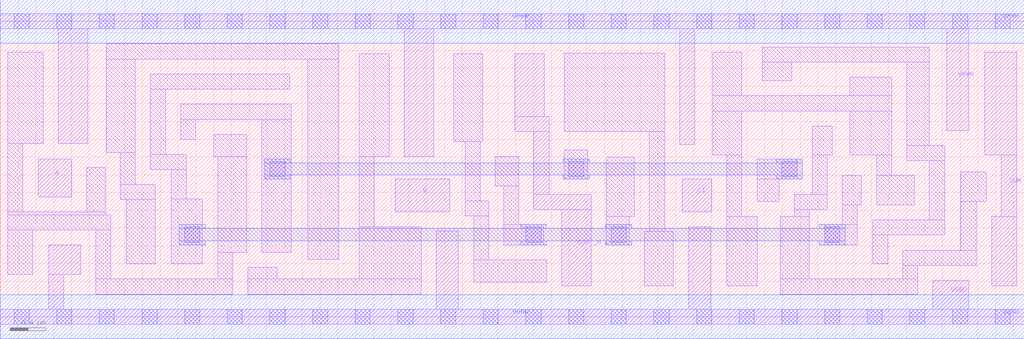
<source format=lef>
# Copyright 2020 The SkyWater PDK Authors
#
# Licensed under the Apache License, Version 2.0 (the "License");
# you may not use this file except in compliance with the License.
# You may obtain a copy of the License at
#
#     https://www.apache.org/licenses/LICENSE-2.0
#
# Unless required by applicable law or agreed to in writing, software
# distributed under the License is distributed on an "AS IS" BASIS,
# WITHOUT WARRANTIES OR CONDITIONS OF ANY KIND, either express or implied.
# See the License for the specific language governing permissions and
# limitations under the License.
#
# SPDX-License-Identifier: Apache-2.0

VERSION 5.7 ;
  NAMESCASESENSITIVE ON ;
  NOWIREEXTENSIONATPIN ON ;
  DIVIDERCHAR "/" ;
  BUSBITCHARS "[]" ;
UNITS
  DATABASE MICRONS 200 ;
END UNITS
MACRO sky130_fd_sc_ms__fahcon_1
  CLASS CORE ;
  SOURCE USER ;
  FOREIGN sky130_fd_sc_ms__fahcon_1 ;
  ORIGIN  0.000000  0.000000 ;
  SIZE  11.52000 BY  3.330000 ;
  SYMMETRY X Y ;
  SITE unit ;
  PIN A
    ANTENNAGATEAREA  0.312600 ;
    DIRECTION INPUT ;
    USE SIGNAL ;
    PORT
      LAYER li1 ;
        RECT 0.425000 1.350000 0.805000 1.780000 ;
    END
  END A
  PIN B
    ANTENNAGATEAREA  1.083000 ;
    DIRECTION INPUT ;
    USE SIGNAL ;
    PORT
      LAYER li1 ;
        RECT 4.445000 1.180000 5.060000 1.550000 ;
    END
  END B
  PIN CI
    ANTENNAGATEAREA  0.588600 ;
    DIRECTION INPUT ;
    USE SIGNAL ;
    PORT
      LAYER li1 ;
        RECT 7.675000 1.180000 8.005000 1.550000 ;
    END
  END CI
  PIN COUT_N
    ANTENNADIFFAREA  0.757400 ;
    DIRECTION OUTPUT ;
    USE SIGNAL ;
    PORT
      LAYER li1 ;
        RECT 5.790000 2.085000 6.175000 2.255000 ;
        RECT 5.790000 2.255000 6.120000 2.965000 ;
        RECT 6.005000 1.210000 6.650000 1.380000 ;
        RECT 6.005000 1.380000 6.175000 2.085000 ;
        RECT 6.320000 0.350000 6.650000 1.210000 ;
    END
  END COUT_N
  PIN SUM
    ANTENNADIFFAREA  0.524500 ;
    DIRECTION OUTPUT ;
    USE SIGNAL ;
    PORT
      LAYER li1 ;
        RECT 11.075000 1.820000 11.435000 2.980000 ;
        RECT 11.155000 0.350000 11.435000 1.130000 ;
        RECT 11.265000 1.130000 11.435000 1.820000 ;
    END
  END SUM
  PIN VGND
    DIRECTION INOUT ;
    USE GROUND ;
    PORT
      LAYER li1 ;
        RECT  0.000000 -0.085000 11.520000 0.085000 ;
        RECT  0.545000  0.085000  0.715000 0.480000 ;
        RECT  0.545000  0.480000  0.905000 0.810000 ;
        RECT  4.905000  0.085000  5.155000 0.965000 ;
        RECT  7.745000  0.085000  7.995000 1.010000 ;
        RECT 10.495000  0.085000 10.895000 0.410000 ;
      LAYER mcon ;
        RECT  0.155000 -0.085000  0.325000 0.085000 ;
        RECT  0.635000 -0.085000  0.805000 0.085000 ;
        RECT  1.115000 -0.085000  1.285000 0.085000 ;
        RECT  1.595000 -0.085000  1.765000 0.085000 ;
        RECT  2.075000 -0.085000  2.245000 0.085000 ;
        RECT  2.555000 -0.085000  2.725000 0.085000 ;
        RECT  3.035000 -0.085000  3.205000 0.085000 ;
        RECT  3.515000 -0.085000  3.685000 0.085000 ;
        RECT  3.995000 -0.085000  4.165000 0.085000 ;
        RECT  4.475000 -0.085000  4.645000 0.085000 ;
        RECT  4.955000 -0.085000  5.125000 0.085000 ;
        RECT  5.435000 -0.085000  5.605000 0.085000 ;
        RECT  5.915000 -0.085000  6.085000 0.085000 ;
        RECT  6.395000 -0.085000  6.565000 0.085000 ;
        RECT  6.875000 -0.085000  7.045000 0.085000 ;
        RECT  7.355000 -0.085000  7.525000 0.085000 ;
        RECT  7.835000 -0.085000  8.005000 0.085000 ;
        RECT  8.315000 -0.085000  8.485000 0.085000 ;
        RECT  8.795000 -0.085000  8.965000 0.085000 ;
        RECT  9.275000 -0.085000  9.445000 0.085000 ;
        RECT  9.755000 -0.085000  9.925000 0.085000 ;
        RECT 10.235000 -0.085000 10.405000 0.085000 ;
        RECT 10.715000 -0.085000 10.885000 0.085000 ;
        RECT 11.195000 -0.085000 11.365000 0.085000 ;
      LAYER met1 ;
        RECT 0.000000 -0.245000 11.520000 0.245000 ;
    END
  END VGND
  PIN VPWR
    DIRECTION INOUT ;
    USE POWER ;
    PORT
      LAYER li1 ;
        RECT  0.000000 3.245000 11.520000 3.415000 ;
        RECT  0.655000 1.950000  0.985000 3.245000 ;
        RECT  4.545000 1.805000  4.875000 3.245000 ;
        RECT  7.645000 1.940000  7.815000 3.245000 ;
        RECT 10.650000 2.100000 10.900000 3.245000 ;
      LAYER mcon ;
        RECT  0.155000 3.245000  0.325000 3.415000 ;
        RECT  0.635000 3.245000  0.805000 3.415000 ;
        RECT  1.115000 3.245000  1.285000 3.415000 ;
        RECT  1.595000 3.245000  1.765000 3.415000 ;
        RECT  2.075000 3.245000  2.245000 3.415000 ;
        RECT  2.555000 3.245000  2.725000 3.415000 ;
        RECT  3.035000 3.245000  3.205000 3.415000 ;
        RECT  3.515000 3.245000  3.685000 3.415000 ;
        RECT  3.995000 3.245000  4.165000 3.415000 ;
        RECT  4.475000 3.245000  4.645000 3.415000 ;
        RECT  4.955000 3.245000  5.125000 3.415000 ;
        RECT  5.435000 3.245000  5.605000 3.415000 ;
        RECT  5.915000 3.245000  6.085000 3.415000 ;
        RECT  6.395000 3.245000  6.565000 3.415000 ;
        RECT  6.875000 3.245000  7.045000 3.415000 ;
        RECT  7.355000 3.245000  7.525000 3.415000 ;
        RECT  7.835000 3.245000  8.005000 3.415000 ;
        RECT  8.315000 3.245000  8.485000 3.415000 ;
        RECT  8.795000 3.245000  8.965000 3.415000 ;
        RECT  9.275000 3.245000  9.445000 3.415000 ;
        RECT  9.755000 3.245000  9.925000 3.415000 ;
        RECT 10.235000 3.245000 10.405000 3.415000 ;
        RECT 10.715000 3.245000 10.885000 3.415000 ;
        RECT 11.195000 3.245000 11.365000 3.415000 ;
      LAYER met1 ;
        RECT 0.000000 3.085000 11.520000 3.575000 ;
    END
  END VPWR
  OBS
    LAYER li1 ;
      RECT  0.085000 0.480000  0.365000 0.980000 ;
      RECT  0.085000 0.980000  1.245000 1.150000 ;
      RECT  0.085000 1.150000  1.180000 1.180000 ;
      RECT  0.085000 1.180000  0.255000 1.950000 ;
      RECT  0.085000 1.950000  0.485000 2.980000 ;
      RECT  0.975000 1.180000  1.180000 1.680000 ;
      RECT  1.075000 0.255000  2.615000 0.425000 ;
      RECT  1.075000 0.425000  1.245000 0.980000 ;
      RECT  1.190000 1.850000  1.520000 2.905000 ;
      RECT  1.190000 2.905000  3.810000 3.075000 ;
      RECT  1.350000 1.320000  1.745000 1.490000 ;
      RECT  1.350000 1.490000  1.520000 1.850000 ;
      RECT  1.415000 0.595000  1.745000 1.320000 ;
      RECT  1.690000 1.660000  2.095000 1.830000 ;
      RECT  1.690000 1.830000  1.860000 2.565000 ;
      RECT  1.690000 2.565000  3.260000 2.735000 ;
      RECT  1.925000 0.595000  2.275000 1.325000 ;
      RECT  1.925000 1.325000  2.095000 1.660000 ;
      RECT  2.030000 2.000000  2.200000 2.225000 ;
      RECT  2.030000 2.225000  3.275000 2.395000 ;
      RECT  2.400000 1.805000  2.775000 2.055000 ;
      RECT  2.445000 0.425000  2.615000 0.725000 ;
      RECT  2.445000 0.725000  2.775000 1.805000 ;
      RECT  2.785000 0.255000  4.735000 0.425000 ;
      RECT  2.785000 0.425000  3.115000 0.555000 ;
      RECT  2.945000 0.725000  3.275000 2.225000 ;
      RECT  3.460000 0.645000  3.810000 2.905000 ;
      RECT  4.040000 0.425000  4.735000 1.010000 ;
      RECT  4.040000 1.010000  4.210000 1.805000 ;
      RECT  4.040000 1.805000  4.375000 2.965000 ;
      RECT  5.100000 1.975000  5.430000 2.965000 ;
      RECT  5.230000 1.135000  5.495000 1.305000 ;
      RECT  5.230000 1.305000  5.400000 1.975000 ;
      RECT  5.325000 0.390000  6.150000 0.640000 ;
      RECT  5.325000 0.640000  5.495000 1.135000 ;
      RECT  5.570000 1.475000  5.835000 1.805000 ;
      RECT  5.665000 0.810000  6.115000 1.040000 ;
      RECT  5.665000 1.040000  5.835000 1.475000 ;
      RECT  6.345000 1.550000  6.610000 1.880000 ;
      RECT  6.345000 2.085000  7.475000 2.970000 ;
      RECT  6.820000 0.810000  7.075000 1.130000 ;
      RECT  6.820000 1.130000  7.135000 1.800000 ;
      RECT  7.245000 0.350000  7.575000 0.960000 ;
      RECT  7.305000 0.960000  7.475000 2.085000 ;
      RECT  8.015000 1.820000  8.345000 2.320000 ;
      RECT  8.015000 2.320000 10.030000 2.490000 ;
      RECT  8.015000 2.490000  8.345000 2.980000 ;
      RECT  8.175000 0.350000  8.515000 1.130000 ;
      RECT  8.175000 1.130000  8.345000 1.820000 ;
      RECT  8.515000 1.300000  8.765000 1.550000 ;
      RECT  8.515000 1.550000  8.965000 1.780000 ;
      RECT  8.575000 2.660000  8.905000 2.870000 ;
      RECT  8.575000 2.870000 10.455000 3.040000 ;
      RECT  8.775000 0.255000 10.325000 0.425000 ;
      RECT  8.775000 0.425000  9.105000 1.130000 ;
      RECT  8.935000 1.130000  9.105000 1.210000 ;
      RECT  8.935000 1.210000  9.305000 1.380000 ;
      RECT  9.135000 1.380000  9.305000 1.820000 ;
      RECT  9.135000 1.820000  9.360000 2.150000 ;
      RECT  9.275000 0.810000  9.645000 1.040000 ;
      RECT  9.475000 1.040000  9.645000 1.260000 ;
      RECT  9.475000 1.260000  9.690000 1.590000 ;
      RECT  9.560000 1.820000 10.030000 2.320000 ;
      RECT  9.560000 2.490000 10.030000 2.700000 ;
      RECT  9.815000 0.595000  9.985000 0.920000 ;
      RECT  9.815000 0.920000 10.625000 1.090000 ;
      RECT  9.860000 1.260000 10.285000 1.590000 ;
      RECT  9.860000 1.590000 10.030000 1.820000 ;
      RECT 10.155000 0.425000 10.325000 0.580000 ;
      RECT 10.155000 0.580000 10.980000 0.750000 ;
      RECT 10.200000 1.760000 10.625000 1.930000 ;
      RECT 10.200000 1.930000 10.455000 2.870000 ;
      RECT 10.455000 1.090000 10.625000 1.760000 ;
      RECT 10.810000 0.750000 10.980000 1.300000 ;
      RECT 10.810000 1.300000 11.095000 1.630000 ;
    LAYER mcon ;
      RECT 2.075000 0.840000 2.245000 1.010000 ;
      RECT 3.035000 1.580000 3.205000 1.750000 ;
      RECT 5.915000 0.840000 6.085000 1.010000 ;
      RECT 6.395000 1.580000 6.565000 1.750000 ;
      RECT 6.875000 0.840000 7.045000 1.010000 ;
      RECT 8.795000 1.580000 8.965000 1.750000 ;
      RECT 9.275000 0.840000 9.445000 1.010000 ;
    LAYER met1 ;
      RECT 2.015000 0.810000 2.305000 0.855000 ;
      RECT 2.015000 0.855000 9.505000 0.995000 ;
      RECT 2.015000 0.995000 2.305000 1.040000 ;
      RECT 2.975000 1.550000 3.265000 1.595000 ;
      RECT 2.975000 1.595000 9.025000 1.735000 ;
      RECT 2.975000 1.735000 3.265000 1.780000 ;
      RECT 5.855000 0.810000 6.145000 0.855000 ;
      RECT 5.855000 0.995000 6.145000 1.040000 ;
      RECT 6.335000 1.550000 6.625000 1.595000 ;
      RECT 6.335000 1.735000 6.625000 1.780000 ;
      RECT 6.815000 0.810000 7.105000 0.855000 ;
      RECT 6.815000 0.995000 7.105000 1.040000 ;
      RECT 8.735000 1.550000 9.025000 1.595000 ;
      RECT 8.735000 1.735000 9.025000 1.780000 ;
      RECT 9.215000 0.810000 9.505000 0.855000 ;
      RECT 9.215000 0.995000 9.505000 1.040000 ;
  END
END sky130_fd_sc_ms__fahcon_1

</source>
